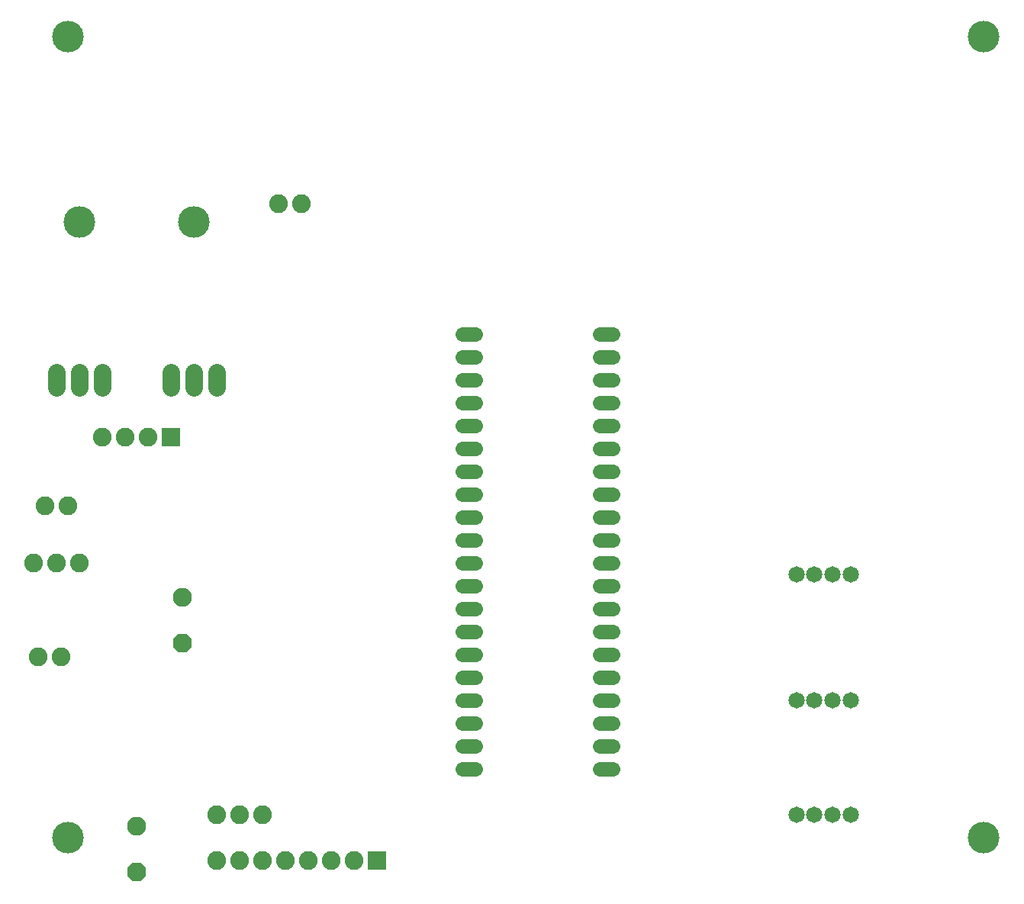
<source format=gbs>
G75*
G70*
%OFA0B0*%
%FSLAX24Y24*%
%IPPOS*%
%LPD*%
%AMOC8*
5,1,8,0,0,1.08239X$1,22.5*
%
%ADD10C,0.0640*%
%ADD11C,0.0830*%
%ADD12OC8,0.0830*%
%ADD13C,0.0714*%
%ADD14C,0.0820*%
%ADD15R,0.0820X0.0820*%
%ADD16C,0.0760*%
%ADD17C,0.1380*%
D10*
X020204Y005893D02*
X020764Y005893D01*
X020764Y006893D02*
X020204Y006893D01*
X020204Y007893D02*
X020764Y007893D01*
X020764Y008893D02*
X020204Y008893D01*
X020204Y009893D02*
X020764Y009893D01*
X020764Y010893D02*
X020204Y010893D01*
X020204Y011893D02*
X020764Y011893D01*
X020764Y012893D02*
X020204Y012893D01*
X020204Y013893D02*
X020764Y013893D01*
X020764Y014893D02*
X020204Y014893D01*
X020204Y015893D02*
X020764Y015893D01*
X020764Y016893D02*
X020204Y016893D01*
X020204Y017893D02*
X020764Y017893D01*
X020764Y018893D02*
X020204Y018893D01*
X020204Y019893D02*
X020764Y019893D01*
X020764Y020893D02*
X020204Y020893D01*
X020204Y021893D02*
X020764Y021893D01*
X020764Y022893D02*
X020204Y022893D01*
X020204Y023893D02*
X020764Y023893D01*
X020764Y024893D02*
X020204Y024893D01*
X026204Y024893D02*
X026764Y024893D01*
X026764Y023893D02*
X026204Y023893D01*
X026204Y022893D02*
X026764Y022893D01*
X026764Y021893D02*
X026204Y021893D01*
X026204Y020893D02*
X026764Y020893D01*
X026764Y019893D02*
X026204Y019893D01*
X026204Y018893D02*
X026764Y018893D01*
X026764Y017893D02*
X026204Y017893D01*
X026204Y016893D02*
X026764Y016893D01*
X026764Y015893D02*
X026204Y015893D01*
X026204Y014893D02*
X026764Y014893D01*
X026764Y013893D02*
X026204Y013893D01*
X026204Y012893D02*
X026764Y012893D01*
X026764Y011893D02*
X026204Y011893D01*
X026204Y010893D02*
X026764Y010893D01*
X026764Y009893D02*
X026204Y009893D01*
X026204Y008893D02*
X026764Y008893D01*
X026764Y007893D02*
X026204Y007893D01*
X026204Y006893D02*
X026764Y006893D01*
X026764Y005893D02*
X026204Y005893D01*
D11*
X007984Y013393D03*
X005984Y003393D03*
D12*
X005984Y001393D03*
X007984Y011393D03*
D13*
X034803Y008893D03*
X035590Y008893D03*
X036377Y008893D03*
X037165Y008893D03*
X037165Y003893D03*
X036377Y003893D03*
X035590Y003893D03*
X034803Y003893D03*
X034803Y014393D03*
X035590Y014393D03*
X036377Y014393D03*
X037165Y014393D03*
D14*
X015484Y001893D03*
X014484Y001893D03*
X013484Y001893D03*
X012484Y001893D03*
X011484Y001893D03*
X010484Y001893D03*
X009484Y001893D03*
X009484Y003893D03*
X010484Y003893D03*
X011484Y003893D03*
X002684Y010793D03*
X001684Y010793D03*
X001484Y014893D03*
X002484Y014893D03*
X003484Y014893D03*
X002984Y017393D03*
X001984Y017393D03*
X004484Y020393D03*
X005484Y020393D03*
X006484Y020393D03*
X012184Y030593D03*
X013184Y030593D03*
D15*
X007484Y020393D03*
X016484Y001893D03*
D16*
X009484Y022553D02*
X009484Y023233D01*
X008484Y023233D02*
X008484Y022553D01*
X007484Y022553D02*
X007484Y023233D01*
X004484Y023233D02*
X004484Y022553D01*
X003484Y022553D02*
X003484Y023233D01*
X002484Y023233D02*
X002484Y022553D01*
D17*
X002984Y002893D03*
X003484Y029793D03*
X008484Y029793D03*
X002984Y037893D03*
X042984Y037893D03*
X042984Y002893D03*
M02*

</source>
